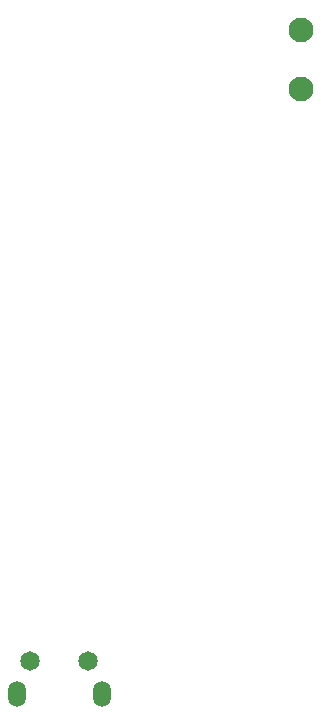
<source format=gbr>
%TF.GenerationSoftware,KiCad,Pcbnew,(5.1.9)-1*%
%TF.CreationDate,2021-04-27T12:53:02+02:00*%
%TF.ProjectId,AidonBoard32,4d657465-7242-46f6-9172-6433322e6b69,2*%
%TF.SameCoordinates,Original*%
%TF.FileFunction,Soldermask,Bot*%
%TF.FilePolarity,Negative*%
%FSLAX46Y46*%
G04 Gerber Fmt 4.6, Leading zero omitted, Abs format (unit mm)*
G04 Created by KiCad (PCBNEW (5.1.9)-1) date 2021-04-27 12:53:02*
%MOMM*%
%LPD*%
G01*
G04 APERTURE LIST*
%ADD10O,1.500000X2.200000*%
%ADD11C,1.650000*%
%ADD12C,2.100000*%
G04 APERTURE END LIST*
D10*
%TO.C,M1*%
X98830000Y-92020000D03*
D11*
X100005000Y-89230000D03*
X104855000Y-89230000D03*
D10*
X106030000Y-92020000D03*
%TD*%
D12*
%TO.C,J1*%
X122900000Y-35800000D03*
X122900000Y-40800000D03*
%TD*%
M02*

</source>
